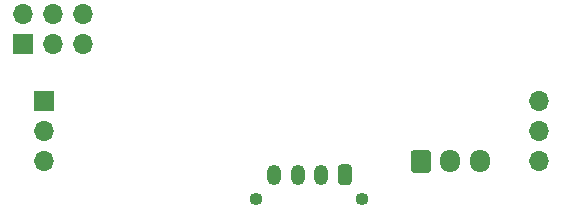
<source format=gbr>
%TF.GenerationSoftware,KiCad,Pcbnew,(5.1.9-0-10_14)*%
%TF.CreationDate,2021-05-08T21:12:27+02:00*%
%TF.ProjectId,MFM-Module-SEN0313,4d464d2d-4d6f-4647-956c-652d53454e30,rev?*%
%TF.SameCoordinates,PX82714f8PY6141b48*%
%TF.FileFunction,Soldermask,Bot*%
%TF.FilePolarity,Negative*%
%FSLAX46Y46*%
G04 Gerber Fmt 4.6, Leading zero omitted, Abs format (unit mm)*
G04 Created by KiCad (PCBNEW (5.1.9-0-10_14)) date 2021-05-08 21:12:27*
%MOMM*%
%LPD*%
G01*
G04 APERTURE LIST*
%ADD10O,1.700000X1.700000*%
%ADD11R,1.700000X1.700000*%
%ADD12O,1.100000X1.100000*%
%ADD13O,1.200000X1.750000*%
%ADD14O,1.700000X1.950000*%
G04 APERTURE END LIST*
D10*
%TO.C,J2*%
X45974000Y15049500D03*
X45974000Y12509500D03*
X45974000Y9969500D03*
X4064000Y9969500D03*
X4064000Y12509500D03*
D11*
X4064000Y15049500D03*
%TD*%
%TO.C,J1*%
X2349500Y19875500D03*
D10*
X2349500Y22415500D03*
X4889500Y19875500D03*
X4889500Y22415500D03*
X7429500Y19875500D03*
X7429500Y22415500D03*
%TD*%
D12*
%TO.C,J3*%
X31057001Y6751999D03*
D13*
X23557001Y8851999D03*
X25557001Y8851999D03*
X27557001Y8851999D03*
G36*
G01*
X28957001Y8276999D02*
X28957001Y9426999D01*
G75*
G02*
X29257001Y9726999I300000J0D01*
G01*
X29857001Y9726999D01*
G75*
G02*
X30157001Y9426999I0J-300000D01*
G01*
X30157001Y8276999D01*
G75*
G02*
X29857001Y7976999I-300000J0D01*
G01*
X29257001Y7976999D01*
G75*
G02*
X28957001Y8276999I0J300000D01*
G01*
G37*
D12*
X22057001Y6751999D03*
%TD*%
%TO.C,U2*%
G36*
G01*
X35157001Y9244500D02*
X35157001Y10694500D01*
G75*
G02*
X35407001Y10944500I250000J0D01*
G01*
X36607001Y10944500D01*
G75*
G02*
X36857001Y10694500I0J-250000D01*
G01*
X36857001Y9244500D01*
G75*
G02*
X36607001Y8994500I-250000J0D01*
G01*
X35407001Y8994500D01*
G75*
G02*
X35157001Y9244500I0J250000D01*
G01*
G37*
D14*
X38507001Y9969500D03*
X41007001Y9969500D03*
%TD*%
M02*

</source>
